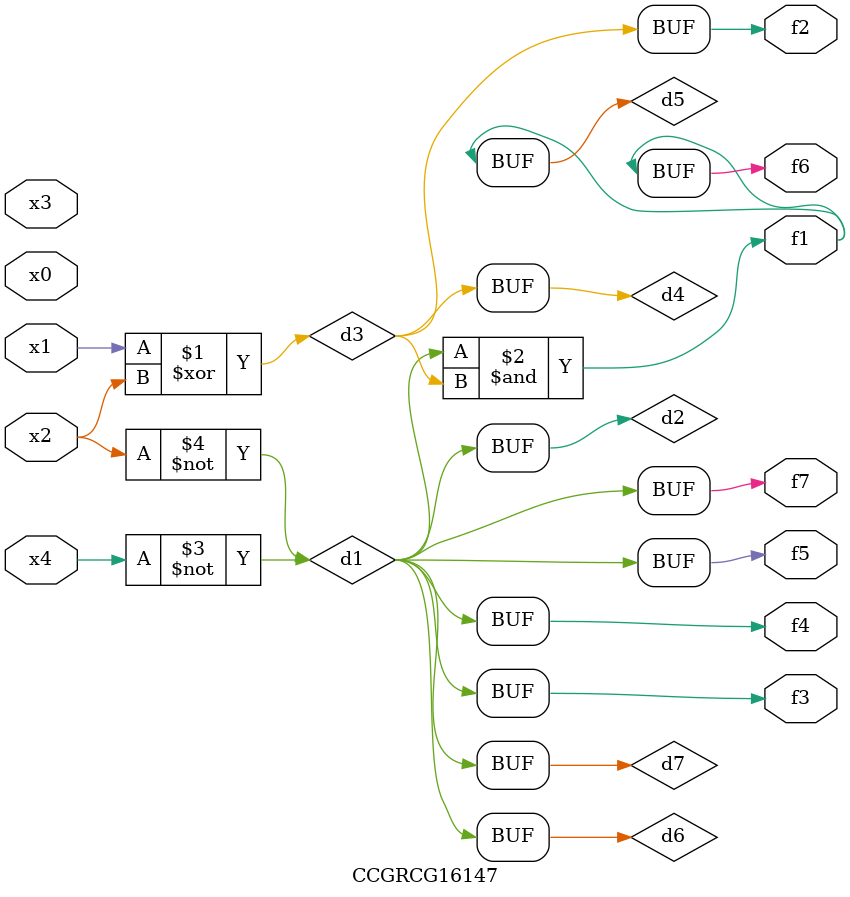
<source format=v>
module CCGRCG16147(
	input x0, x1, x2, x3, x4,
	output f1, f2, f3, f4, f5, f6, f7
);

	wire d1, d2, d3, d4, d5, d6, d7;

	not (d1, x4);
	not (d2, x2);
	xor (d3, x1, x2);
	buf (d4, d3);
	and (d5, d1, d3);
	buf (d6, d1, d2);
	buf (d7, d2);
	assign f1 = d5;
	assign f2 = d4;
	assign f3 = d7;
	assign f4 = d7;
	assign f5 = d7;
	assign f6 = d5;
	assign f7 = d7;
endmodule

</source>
